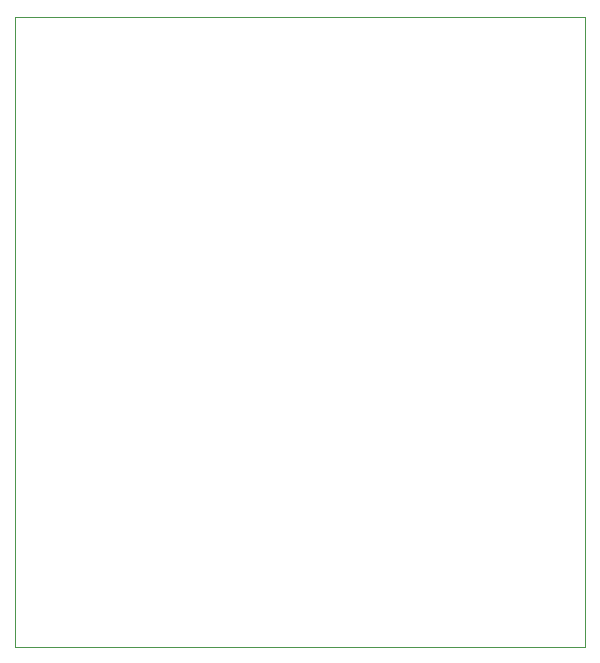
<source format=gbr>
%TF.GenerationSoftware,KiCad,Pcbnew,(5.1.6)-1*%
%TF.CreationDate,2021-09-30T19:03:19-05:00*%
%TF.ProjectId,spindle_power2,7370696e-646c-4655-9f70-6f776572322e,rev?*%
%TF.SameCoordinates,Original*%
%TF.FileFunction,Profile,NP*%
%FSLAX46Y46*%
G04 Gerber Fmt 4.6, Leading zero omitted, Abs format (unit mm)*
G04 Created by KiCad (PCBNEW (5.1.6)-1) date 2021-09-30 19:03:19*
%MOMM*%
%LPD*%
G01*
G04 APERTURE LIST*
%TA.AperFunction,Profile*%
%ADD10C,0.100000*%
%TD*%
G04 APERTURE END LIST*
D10*
X48260000Y53340000D02*
X48260000Y0D01*
X0Y53340000D02*
X48260000Y53340000D01*
X0Y53340000D02*
X0Y0D01*
X48260000Y0D02*
X0Y0D01*
M02*

</source>
